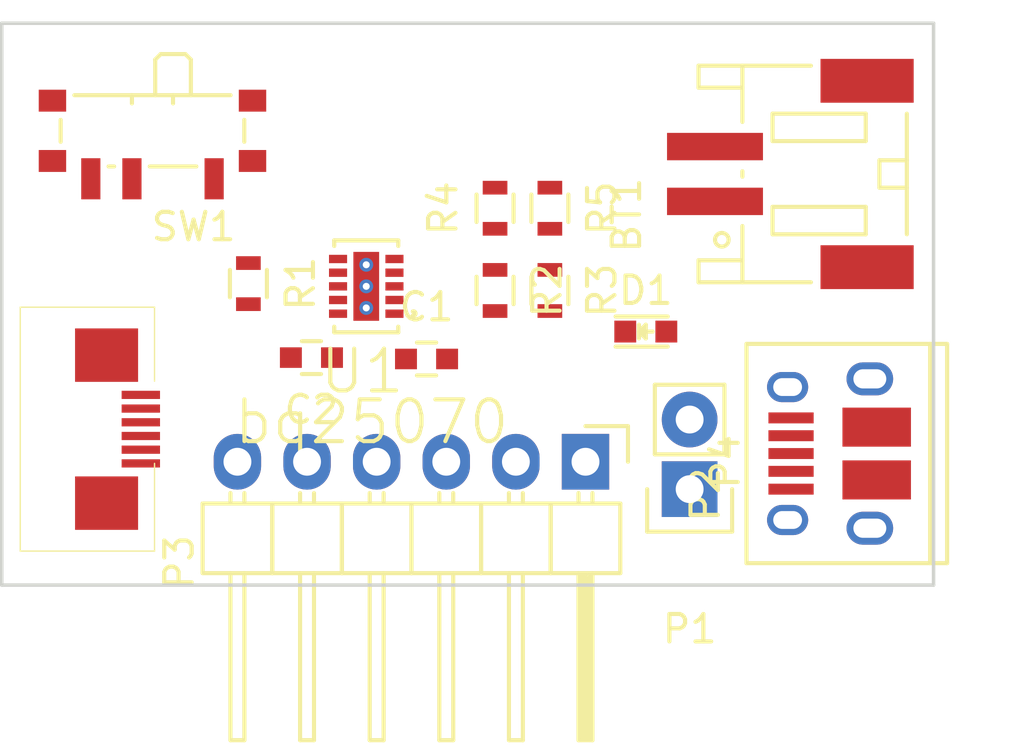
<source format=kicad_pcb>
(kicad_pcb (version 20160815) (host pcbnew no-vcs-found-7391~56~ubuntu16.04.1)

  (general
    (links 35)
    (no_connects 32)
    (area 99.936499 99.0425 137.5675 126.875001)
    (thickness 1.6)
    (drawings 4)
    (tracks 0)
    (zones 0)
    (modules 15)
    (nets 20)
  )

  (page USLetter)
  (title_block
    (company "RockingD Labs")
  )

  (layers
    (0 F.Cu signal)
    (31 B.Cu signal)
    (32 B.Adhes user)
    (33 F.Adhes user)
    (34 B.Paste user)
    (35 F.Paste user)
    (36 B.SilkS user)
    (37 F.SilkS user)
    (38 B.Mask user)
    (39 F.Mask user)
    (40 Dwgs.User user)
    (41 Cmts.User user)
    (42 Eco1.User user)
    (43 Eco2.User user)
    (44 Edge.Cuts user)
    (45 Margin user)
    (46 B.CrtYd user)
    (47 F.CrtYd user)
    (48 B.Fab user)
    (49 F.Fab user)
  )

  (setup
    (last_trace_width 0.1524)
    (user_trace_width 0.1524)
    (user_trace_width 0.2)
    (user_trace_width 0.25)
    (user_trace_width 0.3)
    (user_trace_width 0.4)
    (user_trace_width 0.5)
    (user_trace_width 0.6)
    (user_trace_width 0.8)
    (trace_clearance 0.1524)
    (zone_clearance 0.508)
    (zone_45_only no)
    (trace_min 0.1524)
    (segment_width 0.127)
    (edge_width 0.127)
    (via_size 0.6858)
    (via_drill 0.3302)
    (via_min_size 0.6858)
    (via_min_drill 0.3302)
    (user_via 0.6858 0.3302)
    (user_via 1 0.4)
    (user_via 1.25 0.6)
    (user_via 1.5 0.8)
    (user_via 2 1.3)
    (uvia_size 0.508)
    (uvia_drill 0.127)
    (uvias_allowed no)
    (uvia_min_size 0.508)
    (uvia_min_drill 0.127)
    (pcb_text_width 0.127)
    (pcb_text_size 0.6 0.6)
    (mod_edge_width 0.127)
    (mod_text_size 0.6 0.6)
    (mod_text_width 0.127)
    (pad_size 0.9398 2.5146)
    (pad_drill 0)
    (pad_to_mask_clearance 0.05)
    (pad_to_paste_clearance -0.04)
    (aux_axis_origin 0 0)
    (grid_origin 100 120.5)
    (visible_elements FFFFFF7F)
    (pcbplotparams
      (layerselection 0x3ffff_80000001)
      (usegerberextensions true)
      (usegerberattributes true)
      (excludeedgelayer true)
      (linewidth 0.127000)
      (plotframeref false)
      (viasonmask false)
      (mode 1)
      (useauxorigin false)
      (hpglpennumber 1)
      (hpglpenspeed 20)
      (hpglpendiameter 15)
      (psnegative false)
      (psa4output false)
      (plotreference true)
      (plotvalue true)
      (plotinvisibletext false)
      (padsonsilk false)
      (subtractmaskfromsilk false)
      (outputformat 1)
      (mirror false)
      (drillshape 0)
      (scaleselection 1)
      (outputdirectory CAM/))
  )

  (net 0 "")
  (net 1 GND)
  (net 2 +BATT)
  (net 3 VDD)
  (net 4 "Net-(D1-Pad1)")
  (net 5 "Net-(D1-Pad2)")
  (net 6 "Net-(P2-Pad4)")
  (net 7 "Net-(P2-Pad3)")
  (net 8 "Net-(P2-Pad2)")
  (net 9 /TXD)
  (net 10 /RXD)
  (net 11 /VCC)
  (net 12 /PGM)
  (net 13 "Net-(P4-Pad5)")
  (net 14 "Net-(P4-Pad1)")
  (net 15 "Net-(R1-Pad1)")
  (net 16 "Net-(R2-Pad1)")
  (net 17 +3V3)
  (net 18 "Net-(R4-Pad2)")
  (net 19 "Net-(SW1-Pad1)")

  (net_class Default "This is the standard class."
    (clearance 0.1524)
    (trace_width 0.1524)
    (via_dia 0.6858)
    (via_drill 0.3302)
    (uvia_dia 0.508)
    (uvia_drill 0.127)
    (diff_pair_gap 0.25)
    (diff_pair_width 0.2)
    (add_net +3V3)
    (add_net +BATT)
    (add_net /PGM)
    (add_net /RXD)
    (add_net /TXD)
    (add_net /VCC)
    (add_net GND)
    (add_net "Net-(D1-Pad1)")
    (add_net "Net-(D1-Pad2)")
    (add_net "Net-(P2-Pad2)")
    (add_net "Net-(P2-Pad3)")
    (add_net "Net-(P2-Pad4)")
    (add_net "Net-(P4-Pad1)")
    (add_net "Net-(P4-Pad5)")
    (add_net "Net-(R1-Pad1)")
    (add_net "Net-(R2-Pad1)")
    (add_net "Net-(R4-Pad2)")
    (add_net "Net-(SW1-Pad1)")
    (add_net VDD)
  )

  (net_class 0.2mm ""
    (clearance 0.2)
    (trace_width 0.2)
    (via_dia 0.6858)
    (via_drill 0.3302)
    (uvia_dia 0.508)
    (uvia_drill 0.127)
    (diff_pair_gap 0.25)
    (diff_pair_width 0.2)
  )

  (net_class Minimal ""
    (clearance 0.1524)
    (trace_width 0.1524)
    (via_dia 0.6858)
    (via_drill 0.3302)
    (uvia_dia 0.508)
    (uvia_drill 0.127)
    (diff_pair_gap 0.25)
    (diff_pair_width 0.2)
  )

  (module rockingdlabs:bq25070_DQC_10-DQC10_P84X2P4 (layer F.Cu) (tedit 58506E57) (tstamp 584F820F)
    (at 113.3 109.6 180)
    (path /584F4EE6)
    (attr smd)
    (fp_text reference U1 (at 0.15 -3.1 180) (layer F.SilkS)
      (effects (font (thickness 0.15)))
    )
    (fp_text value bq25070 (at -0.2 -4.95 180) (layer F.SilkS)
      (effects (font (thickness 0.15)))
    )
    (fp_line (start 1.1684 -1.4732) (end 1.1684 -1.6764) (layer F.SilkS) (width 0.1524))
    (fp_line (start -1.1684 1.4732) (end -1.1684 1.6764) (layer F.SilkS) (width 0.1524))
    (fp_line (start -1.1684 1.6764) (end 1.1684 1.6764) (layer F.SilkS) (width 0.1524))
    (fp_line (start 1.1684 1.6764) (end 1.1684 1.4732) (layer F.SilkS) (width 0.1524))
    (fp_line (start 1.1684 -1.6764) (end -1.1684 -1.6764) (layer F.SilkS) (width 0.1524))
    (fp_line (start -1.1684 -1.6764) (end -1.1684 -1.4732) (layer F.SilkS) (width 0.1524))
    (fp_arc (start -1.71958 -0.9906) (end -1.7018 -0.9144) (angle 208) (layer F.SilkS) (width 0.1524))
    (pad 1 smd rect (at -1.0287 -0.99822 180) (size 0.6604 0.3048) (layers F.Cu F.Paste F.Mask)
      (net 3 VDD))
    (pad 2 smd rect (at -1.0287 -0.49784 180) (size 0.6604 0.3048) (layers F.Cu F.Paste F.Mask)
      (net 16 "Net-(R2-Pad1)"))
    (pad 3 smd rect (at -1.0287 0 180) (size 0.6604 0.3048) (layers F.Cu F.Paste F.Mask)
      (net 1 GND))
    (pad 4 smd rect (at -1.0287 0.49784 180) (size 0.6604 0.3048) (layers F.Cu F.Paste F.Mask)
      (net 17 +3V3))
    (pad 5 smd rect (at -1.0287 0.99822 180) (size 0.6604 0.3048) (layers F.Cu F.Paste F.Mask)
      (net 18 "Net-(R4-Pad2)"))
    (pad 6 smd rect (at 1.0287 0.99822 180) (size 0.6604 0.3048) (layers F.Cu F.Paste F.Mask)
      (net 2 +BATT))
    (pad 7 smd rect (at 1.0287 0.49784 180) (size 0.6604 0.3048) (layers F.Cu F.Paste F.Mask)
      (net 15 "Net-(R1-Pad1)"))
    (pad 8 smd rect (at 1.0287 0 180) (size 0.6604 0.3048) (layers F.Cu F.Paste F.Mask)
      (net 4 "Net-(D1-Pad1)"))
    (pad 9 smd rect (at 1.0287 -0.49784 180) (size 0.6604 0.3048) (layers F.Cu F.Paste F.Mask)
      (net 1 GND))
    (pad 10 smd rect (at 1.0287 -0.99822 180) (size 0.6604 0.3048) (layers F.Cu F.Paste F.Mask)
      (net 2 +BATT))
    (pad 11 smd rect (at 0 0 180) (size 0.9398 2.5146) (layers F.Cu F.Paste F.Mask)
      (net 1 GND))
    (pad 11 thru_hole circle (at 0 0.7874 180) (size 0.508 0.508) (drill 0.254) (layers *.Cu *.Paste *.Mask)
      (net 1 GND))
    (pad 11 thru_hole circle (at 0 0 180) (size 0.508 0.508) (drill 0.254) (layers *.Cu *.Paste *.Mask)
      (net 1 GND))
    (pad 11 thru_hole circle (at 0 -0.7874 180) (size 0.508 0.508) (drill 0.254) (layers *.Cu *.Paste *.Mask)
      (net 1 GND))
    (model ${ROCKINGDLIB}/rockingdlabs.3dshapes/DQC10_P84X2P4.stp
      (at (xyz 0 0 0))
      (scale (xyz 1 1 1))
      (rotate (xyz 0 0 0))
    )
  )

  (module rockingdlabs:JST_PH_S2B-PH-SM4-TB_02x2.00mm_Angled (layer F.Cu) (tedit 5848E42C) (tstamp 584F8197)
    (at 128.8 105.5 90)
    (descr http://www.jst-mfg.com/product/pdf/eng/ePH.pdf)
    (tags "connector jst ph")
    (path /584F42E7)
    (attr smd)
    (fp_text reference BT1 (at -1.5 -6 90) (layer F.SilkS)
      (effects (font (size 1 1) (thickness 0.15)))
    )
    (fp_text value LiFeP04 (at 0 6 90) (layer F.Fab)
      (effects (font (size 1 1) (thickness 0.15)))
    )
    (fp_line (start 4.7 5) (end -4.7 5) (layer F.CrtYd) (width 0.05))
    (fp_line (start 4.7 -5.05) (end 4.7 5) (layer F.CrtYd) (width 0.05))
    (fp_line (start -4.7 -5.05) (end 4.7 -5.05) (layer F.CrtYd) (width 0.05))
    (fp_line (start -4.7 5) (end -4.7 -5.05) (layer F.CrtYd) (width 0.05))
    (fp_line (start -0.1 -1.775) (end 0.1 -1.775) (layer F.SilkS) (width 0.15))
    (fp_line (start 1.2 -0.675) (end 2.2 -0.675) (layer F.SilkS) (width 0.15))
    (fp_line (start 1.2 2.725) (end 1.2 -0.675) (layer F.SilkS) (width 0.15))
    (fp_line (start 2.2 2.725) (end 1.2 2.725) (layer F.SilkS) (width 0.15))
    (fp_line (start 2.2 -0.675) (end 2.2 2.725) (layer F.SilkS) (width 0.15))
    (fp_line (start -1.2 -0.675) (end -2.2 -0.675) (layer F.SilkS) (width 0.15))
    (fp_line (start -1.2 2.725) (end -1.2 -0.675) (layer F.SilkS) (width 0.15))
    (fp_line (start -2.2 2.725) (end -1.2 2.725) (layer F.SilkS) (width 0.15))
    (fp_line (start -2.2 -0.675) (end -2.2 2.725) (layer F.SilkS) (width 0.15))
    (fp_line (start -2.2 4.225) (end 2.2 4.225) (layer F.SilkS) (width 0.15))
    (fp_line (start 3.15 -1.775) (end 3.95 -1.775) (layer F.SilkS) (width 0.15))
    (fp_line (start 3.95 -3.375) (end 3.95 0.725) (layer F.SilkS) (width 0.15))
    (fp_line (start 3.15 -3.375) (end 3.95 -3.375) (layer F.SilkS) (width 0.15))
    (fp_line (start 3.15 -1.775) (end 3.15 -3.375) (layer F.SilkS) (width 0.15))
    (fp_line (start 1.9 -1.775) (end 3.15 -1.775) (layer F.SilkS) (width 0.15))
    (fp_line (start -3.15 -1.775) (end -3.95 -1.775) (layer F.SilkS) (width 0.15))
    (fp_line (start -3.95 -3.375) (end -3.95 0.725) (layer F.SilkS) (width 0.15))
    (fp_line (start -3.15 -3.375) (end -3.95 -3.375) (layer F.SilkS) (width 0.15))
    (fp_line (start -3.15 -1.775) (end -3.15 -3.375) (layer F.SilkS) (width 0.15))
    (fp_line (start -1.9 -1.775) (end -3.15 -1.775) (layer F.SilkS) (width 0.15))
    (fp_line (start 0.5 3.225) (end 0.5 4.225) (layer F.SilkS) (width 0.15))
    (fp_line (start -0.5 3.225) (end 0.5 3.225) (layer F.SilkS) (width 0.15))
    (fp_line (start -0.5 4.225) (end -0.5 3.225) (layer F.SilkS) (width 0.15))
    (fp_circle (center -2.4 -2.525) (end -2.15 -2.525) (layer F.SilkS) (width 0.15))
    (pad "" smd rect (at 3.4 2.775 90) (size 1.6 3.4) (layers F.Cu F.Paste F.Mask))
    (pad "" smd rect (at -3.4 2.775 90) (size 1.6 3.4) (layers F.Cu F.Paste F.Mask))
    (pad 2 smd rect (at 1 -2.775 90) (size 1 3.5) (layers F.Cu F.Paste F.Mask)
      (net 1 GND))
    (pad 1 smd rect (at -1 -2.775 90) (size 1 3.5) (layers F.Cu F.Paste F.Mask)
      (net 2 +BATT))
    (model ${ROCKINGDLIB}/rockingdlabs.3dshapes/s2b-ph-sm4-tb.wrl
      (at (xyz 0 0.1181102362204725 0))
      (scale (xyz 1 1 1))
      (rotate (xyz 0 0 0))
    )
  )

  (module Capacitors_SMD:C_0603 (layer F.Cu) (tedit 5415D631) (tstamp 584F819D)
    (at 115.5 112.25)
    (descr "Capacitor SMD 0603, reflow soldering, AVX (see smccp.pdf)")
    (tags "capacitor 0603")
    (path /584F6F96)
    (attr smd)
    (fp_text reference C1 (at 0 -1.9) (layer F.SilkS)
      (effects (font (size 1 1) (thickness 0.15)))
    )
    (fp_text value "1 uF" (at 0 1.9) (layer F.Fab)
      (effects (font (size 1 1) (thickness 0.15)))
    )
    (fp_line (start -0.8 0.4) (end -0.8 -0.4) (layer F.Fab) (width 0.15))
    (fp_line (start 0.8 0.4) (end -0.8 0.4) (layer F.Fab) (width 0.15))
    (fp_line (start 0.8 -0.4) (end 0.8 0.4) (layer F.Fab) (width 0.15))
    (fp_line (start -0.8 -0.4) (end 0.8 -0.4) (layer F.Fab) (width 0.15))
    (fp_line (start -1.45 -0.75) (end 1.45 -0.75) (layer F.CrtYd) (width 0.05))
    (fp_line (start -1.45 0.75) (end 1.45 0.75) (layer F.CrtYd) (width 0.05))
    (fp_line (start -1.45 -0.75) (end -1.45 0.75) (layer F.CrtYd) (width 0.05))
    (fp_line (start 1.45 -0.75) (end 1.45 0.75) (layer F.CrtYd) (width 0.05))
    (fp_line (start -0.35 -0.6) (end 0.35 -0.6) (layer F.SilkS) (width 0.15))
    (fp_line (start 0.35 0.6) (end -0.35 0.6) (layer F.SilkS) (width 0.15))
    (pad 1 smd rect (at -0.75 0) (size 0.8 0.75) (layers F.Cu F.Paste F.Mask)
      (net 3 VDD))
    (pad 2 smd rect (at 0.75 0) (size 0.8 0.75) (layers F.Cu F.Paste F.Mask)
      (net 1 GND))
    (model Capacitors_SMD.3dshapes/C_0603.wrl
      (at (xyz 0 0 0))
      (scale (xyz 1 1 1))
      (rotate (xyz 0 0 0))
    )
  )

  (module Capacitors_SMD:C_0603 (layer F.Cu) (tedit 5415D631) (tstamp 584F81A3)
    (at 111.3 112.2 180)
    (descr "Capacitor SMD 0603, reflow soldering, AVX (see smccp.pdf)")
    (tags "capacitor 0603")
    (path /584F63A5)
    (attr smd)
    (fp_text reference C2 (at 0 -1.9 180) (layer F.SilkS)
      (effects (font (size 1 1) (thickness 0.15)))
    )
    (fp_text value "2 uF" (at 0 1.9 180) (layer F.Fab)
      (effects (font (size 1 1) (thickness 0.15)))
    )
    (fp_line (start 0.35 0.6) (end -0.35 0.6) (layer F.SilkS) (width 0.15))
    (fp_line (start -0.35 -0.6) (end 0.35 -0.6) (layer F.SilkS) (width 0.15))
    (fp_line (start 1.45 -0.75) (end 1.45 0.75) (layer F.CrtYd) (width 0.05))
    (fp_line (start -1.45 -0.75) (end -1.45 0.75) (layer F.CrtYd) (width 0.05))
    (fp_line (start -1.45 0.75) (end 1.45 0.75) (layer F.CrtYd) (width 0.05))
    (fp_line (start -1.45 -0.75) (end 1.45 -0.75) (layer F.CrtYd) (width 0.05))
    (fp_line (start -0.8 -0.4) (end 0.8 -0.4) (layer F.Fab) (width 0.15))
    (fp_line (start 0.8 -0.4) (end 0.8 0.4) (layer F.Fab) (width 0.15))
    (fp_line (start 0.8 0.4) (end -0.8 0.4) (layer F.Fab) (width 0.15))
    (fp_line (start -0.8 0.4) (end -0.8 -0.4) (layer F.Fab) (width 0.15))
    (pad 2 smd rect (at 0.75 0 180) (size 0.8 0.75) (layers F.Cu F.Paste F.Mask)
      (net 1 GND))
    (pad 1 smd rect (at -0.75 0 180) (size 0.8 0.75) (layers F.Cu F.Paste F.Mask)
      (net 2 +BATT))
    (model Capacitors_SMD.3dshapes/C_0603.wrl
      (at (xyz 0 0 0))
      (scale (xyz 1 1 1))
      (rotate (xyz 0 0 0))
    )
  )

  (module LEDs:LED_0603 (layer F.Cu) (tedit 55BDE255) (tstamp 584F81A9)
    (at 123.5 111.25)
    (descr "LED 0603 smd package")
    (tags "LED led 0603 SMD smd SMT smt smdled SMDLED smtled SMTLED")
    (path /584F4F64)
    (attr smd)
    (fp_text reference D1 (at 0 -1.5) (layer F.SilkS)
      (effects (font (size 1 1) (thickness 0.15)))
    )
    (fp_text value Charging (at 0 1.5) (layer F.Fab)
      (effects (font (size 1 1) (thickness 0.15)))
    )
    (fp_line (start -1.4 -0.75) (end 1.4 -0.75) (layer F.CrtYd) (width 0.05))
    (fp_line (start -1.4 0.75) (end -1.4 -0.75) (layer F.CrtYd) (width 0.05))
    (fp_line (start 1.4 0.75) (end -1.4 0.75) (layer F.CrtYd) (width 0.05))
    (fp_line (start 1.4 -0.75) (end 1.4 0.75) (layer F.CrtYd) (width 0.05))
    (fp_line (start 0 0.25) (end -0.25 0) (layer F.SilkS) (width 0.15))
    (fp_line (start 0 -0.25) (end 0 0.25) (layer F.SilkS) (width 0.15))
    (fp_line (start -0.25 0) (end 0 -0.25) (layer F.SilkS) (width 0.15))
    (fp_line (start -0.25 -0.25) (end -0.25 0.25) (layer F.SilkS) (width 0.15))
    (fp_line (start -0.2 0) (end 0.25 0) (layer F.SilkS) (width 0.15))
    (fp_line (start -1.1 -0.55) (end 0.8 -0.55) (layer F.SilkS) (width 0.15))
    (fp_line (start -1.1 0.55) (end 0.8 0.55) (layer F.SilkS) (width 0.15))
    (fp_line (start -0.8 0.4) (end -0.8 -0.4) (layer F.Fab) (width 0.15))
    (fp_line (start -0.8 -0.4) (end 0.8 -0.4) (layer F.Fab) (width 0.15))
    (fp_line (start 0.8 -0.4) (end 0.8 0.4) (layer F.Fab) (width 0.15))
    (fp_line (start 0.8 0.4) (end -0.8 0.4) (layer F.Fab) (width 0.15))
    (fp_line (start 0.1 -0.2) (end 0.1 0.2) (layer F.Fab) (width 0.15))
    (fp_line (start 0.1 0.2) (end -0.2 0) (layer F.Fab) (width 0.15))
    (fp_line (start -0.2 0) (end 0.1 -0.2) (layer F.Fab) (width 0.15))
    (fp_line (start -0.3 -0.2) (end -0.3 0.2) (layer F.Fab) (width 0.15))
    (pad 1 smd rect (at -0.7493 0 180) (size 0.79756 0.79756) (layers F.Cu F.Paste F.Mask)
      (net 4 "Net-(D1-Pad1)"))
    (pad 2 smd rect (at 0.7493 0 180) (size 0.79756 0.79756) (layers F.Cu F.Paste F.Mask)
      (net 5 "Net-(D1-Pad2)"))
    (model LEDs.3dshapes/LED_0603.wrl
      (at (xyz 0 0 0))
      (scale (xyz 1 1 1))
      (rotate (xyz 0 0 180))
    )
  )

  (module Pin_Headers:Pin_Header_Straight_1x02 (layer F.Cu) (tedit 54EA090C) (tstamp 584F81AF)
    (at 125.1 117 180)
    (descr "Through hole pin header")
    (tags "pin header")
    (path /584F4141)
    (fp_text reference P1 (at 0 -5.1 180) (layer F.SilkS)
      (effects (font (size 1 1) (thickness 0.15)))
    )
    (fp_text value "Vin (4.5-30VDC)" (at 0 -3.1 180) (layer F.Fab)
      (effects (font (size 1 1) (thickness 0.15)))
    )
    (fp_line (start -1.27 3.81) (end 1.27 3.81) (layer F.SilkS) (width 0.15))
    (fp_line (start -1.27 1.27) (end -1.27 3.81) (layer F.SilkS) (width 0.15))
    (fp_line (start -1.55 -1.55) (end 1.55 -1.55) (layer F.SilkS) (width 0.15))
    (fp_line (start -1.55 0) (end -1.55 -1.55) (layer F.SilkS) (width 0.15))
    (fp_line (start 1.27 1.27) (end -1.27 1.27) (layer F.SilkS) (width 0.15))
    (fp_line (start -1.75 4.3) (end 1.75 4.3) (layer F.CrtYd) (width 0.05))
    (fp_line (start -1.75 -1.75) (end 1.75 -1.75) (layer F.CrtYd) (width 0.05))
    (fp_line (start 1.75 -1.75) (end 1.75 4.3) (layer F.CrtYd) (width 0.05))
    (fp_line (start -1.75 -1.75) (end -1.75 4.3) (layer F.CrtYd) (width 0.05))
    (fp_line (start 1.55 -1.55) (end 1.55 0) (layer F.SilkS) (width 0.15))
    (fp_line (start 1.27 1.27) (end 1.27 3.81) (layer F.SilkS) (width 0.15))
    (pad 2 thru_hole oval (at 0 2.54 180) (size 2.032 2.032) (drill 1.016) (layers *.Cu *.Mask)
      (net 1 GND))
    (pad 1 thru_hole rect (at 0 0 180) (size 2.032 2.032) (drill 1.016) (layers *.Cu *.Mask)
      (net 3 VDD))
    (model Pin_Headers.3dshapes/Pin_Header_Straight_1x02.wrl
      (at (xyz 0 -0.05 0))
      (scale (xyz 1 1 1))
      (rotate (xyz 0 0 90))
    )
  )

  (module Connect:USB_Micro-B_10103594-0001LF (layer F.Cu) (tedit 560290CC) (tstamp 584F81BE)
    (at 130.3 115.7 90)
    (descr "Micro USB Type B 10103594-0001LF")
    (tags "USB USB_B USB_micro USB_OTG")
    (path /584F40C9)
    (attr smd)
    (fp_text reference P2 (at -1.5 -4.625 90) (layer F.SilkS)
      (effects (font (size 1 1) (thickness 0.15)))
    )
    (fp_text value "USB (power only)" (at 0 6.175 90) (layer F.Fab)
      (effects (font (size 1 1) (thickness 0.15)))
    )
    (fp_line (start -4 4.195) (end -4 -3.125) (layer F.SilkS) (width 0.15))
    (fp_line (start 4 3.575) (end -4 3.575) (layer F.SilkS) (width 0.15))
    (fp_line (start 4 -3.125) (end 4 4.195) (layer F.SilkS) (width 0.15))
    (fp_line (start -4 -3.125) (end 4 -3.125) (layer F.SilkS) (width 0.15))
    (fp_line (start -4 4.195) (end 4 4.195) (layer F.SilkS) (width 0.15))
    (fp_line (start -4.25 4.45) (end -4.25 -3.4) (layer F.CrtYd) (width 0.05))
    (fp_line (start 4.25 4.45) (end -4.25 4.45) (layer F.CrtYd) (width 0.05))
    (fp_line (start 4.25 -3.4) (end 4.25 4.45) (layer F.CrtYd) (width 0.05))
    (fp_line (start -4.25 -3.4) (end 4.25 -3.4) (layer F.CrtYd) (width 0.05))
    (pad 6 smd rect (at 0.9625 1.625 180) (size 2.5 1.425) (layers F.Cu F.Paste F.Mask))
    (pad 6 smd rect (at -0.9625 1.625 180) (size 2.5 1.425) (layers F.Cu F.Paste F.Mask))
    (pad 6 thru_hole oval (at 2.725 1.375 180) (size 1.7 1.2) (drill oval 1.2 0.7) (layers *.Cu *.Mask))
    (pad 6 thru_hole oval (at -2.725 1.375 180) (size 1.7 1.2) (drill oval 1.2 0.7) (layers *.Cu *.Mask))
    (pad 6 thru_hole oval (at 2.425 -1.625 180) (size 1.5 1.1) (drill oval 1.05 0.65) (layers *.Cu *.Mask))
    (pad 6 thru_hole oval (at -2.425 -1.625 180) (size 1.5 1.1) (drill oval 1.05 0.65) (layers *.Cu *.Mask))
    (pad 5 smd rect (at 1.3 -1.5 180) (size 1.65 0.4) (layers F.Cu F.Paste F.Mask)
      (net 1 GND))
    (pad 4 smd rect (at 0.65 -1.5 180) (size 1.65 0.4) (layers F.Cu F.Paste F.Mask)
      (net 6 "Net-(P2-Pad4)"))
    (pad 3 smd rect (at -0.0009 -1.5 180) (size 1.65 0.4) (layers F.Cu F.Paste F.Mask)
      (net 7 "Net-(P2-Pad3)"))
    (pad 2 smd rect (at -0.65 -1.5 180) (size 1.65 0.4) (layers F.Cu F.Paste F.Mask)
      (net 8 "Net-(P2-Pad2)"))
    (pad 1 smd rect (at -1.3 -1.5 180) (size 1.65 0.4) (layers F.Cu F.Paste F.Mask)
      (net 3 VDD))
    (model ${ROCKINGDLIB}/rockingdlabs.3dshapes/10103594.stp
      (at (xyz 0 0 0.08661417322834647))
      (scale (xyz 1 1 1))
      (rotate (xyz 90 0 180))
    )
  )

  (module rockingdlabs:FPC_conn-6_8x4.9mm_Pitch0.5mm (layer F.Cu) (tedit 584F1329) (tstamp 584F81CA)
    (at 103.325 114.81 270)
    (path /584F4021)
    (fp_text reference P3 (at 4.85 -3.15 270) (layer F.SilkS)
      (effects (font (size 1 1) (thickness 0.15)))
    )
    (fp_text value Node (at 0.15 -4.75 270) (layer F.Fab)
      (effects (font (size 1 1) (thickness 0.15)))
    )
    (fp_line (start -1.75 -2.25) (end -4.45 -2.25) (layer F.SilkS) (width 0.05))
    (fp_line (start -4.45 -2.25) (end -4.45 2.65) (layer F.SilkS) (width 0.05))
    (fp_line (start -4.45 2.65) (end 4.45 2.65) (layer F.SilkS) (width 0.05))
    (fp_line (start 4.45 2.65) (end 4.45 -2.25) (layer F.SilkS) (width 0.05))
    (fp_line (start 4.45 -2.25) (end 1.25 -2.25) (layer F.SilkS) (width 0.05))
    (fp_line (start -4.45 -2.25) (end -4.45 2.65) (layer F.CrtYd) (width 0.05))
    (fp_line (start -4.45 2.65) (end 4.45 2.65) (layer F.CrtYd) (width 0.05))
    (fp_line (start 4.45 2.65) (end 4.45 -2.25) (layer F.CrtYd) (width 0.05))
    (fp_line (start 4.45 -2.25) (end -4.45 -2.25) (layer F.CrtYd) (width 0.05))
    (pad 6 smd rect (at 1.25 -1.75 270) (size 0.3 1.4) (layers F.Cu F.Paste F.Mask)
      (net 2 +BATT))
    (pad "" smd rect (at 2.7 -0.5 270) (size 1.95 2.3) (layers F.Cu F.Paste F.Mask))
    (pad 1 smd rect (at -1.25 -1.75 270) (size 0.3 1.4) (layers F.Cu F.Paste F.Mask)
      (net 9 /TXD))
    (pad 2 smd rect (at -0.75 -1.75 270) (size 0.3 1.4) (layers F.Cu F.Paste F.Mask)
      (net 10 /RXD))
    (pad 3 smd rect (at -0.25 -1.75 270) (size 0.3 1.4) (layers F.Cu F.Paste F.Mask)
      (net 11 /VCC))
    (pad 4 smd rect (at 0.25 -1.75 270) (size 0.3 1.4) (layers F.Cu F.Paste F.Mask)
      (net 12 /PGM))
    (pad 5 smd rect (at 0.75 -1.75 270) (size 0.3 1.4) (layers F.Cu F.Paste F.Mask)
      (net 1 GND))
    (pad "" smd rect (at -2.7 -0.5 270) (size 1.95 2.3) (layers F.Cu F.Paste F.Mask))
    (model ${ROCKINGDLIB}/rockingdlabs.3dshapes/ssfv6r_2stlf.stp
      (at (xyz -0.1358267716535433 -0.1043307086614173 0))
      (scale (xyz 1 1 1))
      (rotate (xyz -90 0 0))
    )
  )

  (module Pin_Headers:Pin_Header_Angled_1x06 (layer F.Cu) (tedit 0) (tstamp 584F81D4)
    (at 121.3 116 270)
    (descr "Through hole pin header")
    (tags "pin header")
    (path /584F586B)
    (fp_text reference P4 (at 0 -5.1 270) (layer F.SilkS)
      (effects (font (size 1 1) (thickness 0.15)))
    )
    (fp_text value "Serial I/O" (at 0 -3.1 270) (layer F.Fab)
      (effects (font (size 1 1) (thickness 0.15)))
    )
    (fp_line (start 1.524 3.81) (end 4.064 3.81) (layer F.SilkS) (width 0.15))
    (fp_line (start 1.524 3.81) (end 1.524 6.35) (layer F.SilkS) (width 0.15))
    (fp_line (start 1.524 6.35) (end 4.064 6.35) (layer F.SilkS) (width 0.15))
    (fp_line (start 4.064 4.826) (end 10.16 4.826) (layer F.SilkS) (width 0.15))
    (fp_line (start 10.16 4.826) (end 10.16 5.334) (layer F.SilkS) (width 0.15))
    (fp_line (start 10.16 5.334) (end 4.064 5.334) (layer F.SilkS) (width 0.15))
    (fp_line (start 4.064 6.35) (end 4.064 3.81) (layer F.SilkS) (width 0.15))
    (fp_line (start 4.064 8.89) (end 4.064 6.35) (layer F.SilkS) (width 0.15))
    (fp_line (start 10.16 7.874) (end 4.064 7.874) (layer F.SilkS) (width 0.15))
    (fp_line (start 10.16 7.366) (end 10.16 7.874) (layer F.SilkS) (width 0.15))
    (fp_line (start 4.064 7.366) (end 10.16 7.366) (layer F.SilkS) (width 0.15))
    (fp_line (start 1.524 8.89) (end 4.064 8.89) (layer F.SilkS) (width 0.15))
    (fp_line (start 1.524 6.35) (end 1.524 8.89) (layer F.SilkS) (width 0.15))
    (fp_line (start 1.524 6.35) (end 4.064 6.35) (layer F.SilkS) (width 0.15))
    (fp_line (start 1.524 11.43) (end 4.064 11.43) (layer F.SilkS) (width 0.15))
    (fp_line (start 1.524 11.43) (end 1.524 13.97) (layer F.SilkS) (width 0.15))
    (fp_line (start 1.524 13.97) (end 4.064 13.97) (layer F.SilkS) (width 0.15))
    (fp_line (start 4.064 12.446) (end 10.16 12.446) (layer F.SilkS) (width 0.15))
    (fp_line (start 10.16 12.446) (end 10.16 12.954) (layer F.SilkS) (width 0.15))
    (fp_line (start 10.16 12.954) (end 4.064 12.954) (layer F.SilkS) (width 0.15))
    (fp_line (start 4.064 13.97) (end 4.064 11.43) (layer F.SilkS) (width 0.15))
    (fp_line (start 4.064 11.43) (end 4.064 8.89) (layer F.SilkS) (width 0.15))
    (fp_line (start 10.16 10.414) (end 4.064 10.414) (layer F.SilkS) (width 0.15))
    (fp_line (start 10.16 9.906) (end 10.16 10.414) (layer F.SilkS) (width 0.15))
    (fp_line (start 4.064 9.906) (end 10.16 9.906) (layer F.SilkS) (width 0.15))
    (fp_line (start 1.524 11.43) (end 4.064 11.43) (layer F.SilkS) (width 0.15))
    (fp_line (start 1.524 8.89) (end 1.524 11.43) (layer F.SilkS) (width 0.15))
    (fp_line (start 1.524 8.89) (end 4.064 8.89) (layer F.SilkS) (width 0.15))
    (fp_line (start 1.524 -1.27) (end 1.524 1.27) (layer F.SilkS) (width 0.15))
    (fp_line (start 1.524 1.27) (end 4.064 1.27) (layer F.SilkS) (width 0.15))
    (fp_line (start 4.064 -0.254) (end 10.16 -0.254) (layer F.SilkS) (width 0.15))
    (fp_line (start 10.16 -0.254) (end 10.16 0.254) (layer F.SilkS) (width 0.15))
    (fp_line (start 10.16 0.254) (end 4.064 0.254) (layer F.SilkS) (width 0.15))
    (fp_line (start 4.064 1.27) (end 4.064 -1.27) (layer F.SilkS) (width 0.15))
    (fp_line (start 4.064 3.81) (end 4.064 1.27) (layer F.SilkS) (width 0.15))
    (fp_line (start 10.16 2.794) (end 4.064 2.794) (layer F.SilkS) (width 0.15))
    (fp_line (start 10.16 2.286) (end 10.16 2.794) (layer F.SilkS) (width 0.15))
    (fp_line (start 4.064 2.286) (end 10.16 2.286) (layer F.SilkS) (width 0.15))
    (fp_line (start 1.524 3.81) (end 4.064 3.81) (layer F.SilkS) (width 0.15))
    (fp_line (start 1.524 1.27) (end 1.524 3.81) (layer F.SilkS) (width 0.15))
    (fp_line (start 1.524 1.27) (end 4.064 1.27) (layer F.SilkS) (width 0.15))
    (fp_line (start 1.524 -1.27) (end 4.064 -1.27) (layer F.SilkS) (width 0.15))
    (fp_line (start 1.524 7.366) (end 1.143 7.366) (layer F.SilkS) (width 0.15))
    (fp_line (start 1.524 7.874) (end 1.143 7.874) (layer F.SilkS) (width 0.15))
    (fp_line (start 1.524 9.906) (end 1.143 9.906) (layer F.SilkS) (width 0.15))
    (fp_line (start 1.524 10.414) (end 1.143 10.414) (layer F.SilkS) (width 0.15))
    (fp_line (start 1.524 12.446) (end 1.143 12.446) (layer F.SilkS) (width 0.15))
    (fp_line (start 1.524 12.954) (end 1.143 12.954) (layer F.SilkS) (width 0.15))
    (fp_line (start 1.524 5.334) (end 1.143 5.334) (layer F.SilkS) (width 0.15))
    (fp_line (start 1.524 4.826) (end 1.143 4.826) (layer F.SilkS) (width 0.15))
    (fp_line (start 1.524 2.794) (end 1.143 2.794) (layer F.SilkS) (width 0.15))
    (fp_line (start 1.524 2.286) (end 1.143 2.286) (layer F.SilkS) (width 0.15))
    (fp_line (start 1.524 0.254) (end 1.143 0.254) (layer F.SilkS) (width 0.15))
    (fp_line (start 1.524 -0.254) (end 1.143 -0.254) (layer F.SilkS) (width 0.15))
    (fp_line (start 4.191 0) (end 10.033 0) (layer F.SilkS) (width 0.15))
    (fp_line (start 4.191 0.127) (end 4.191 0) (layer F.SilkS) (width 0.15))
    (fp_line (start 10.033 0.127) (end 4.191 0.127) (layer F.SilkS) (width 0.15))
    (fp_line (start 10.033 -0.127) (end 10.033 0.127) (layer F.SilkS) (width 0.15))
    (fp_line (start 4.191 -0.127) (end 10.033 -0.127) (layer F.SilkS) (width 0.15))
    (fp_line (start 0 -1.55) (end -1.3 -1.55) (layer F.SilkS) (width 0.15))
    (fp_line (start -1.3 -1.55) (end -1.3 0) (layer F.SilkS) (width 0.15))
    (fp_line (start -1.5 14.45) (end 10.65 14.45) (layer F.CrtYd) (width 0.05))
    (fp_line (start -1.5 -1.75) (end 10.65 -1.75) (layer F.CrtYd) (width 0.05))
    (fp_line (start 10.65 -1.75) (end 10.65 14.45) (layer F.CrtYd) (width 0.05))
    (fp_line (start -1.5 -1.75) (end -1.5 14.45) (layer F.CrtYd) (width 0.05))
    (pad 6 thru_hole oval (at 0 12.7 270) (size 2.032 1.7272) (drill 1.016) (layers *.Cu *.Mask)
      (net 1 GND))
    (pad 5 thru_hole oval (at 0 10.16 270) (size 2.032 1.7272) (drill 1.016) (layers *.Cu *.Mask)
      (net 13 "Net-(P4-Pad5)"))
    (pad 4 thru_hole oval (at 0 7.62 270) (size 2.032 1.7272) (drill 1.016) (layers *.Cu *.Mask)
      (net 11 /VCC))
    (pad 3 thru_hole oval (at 0 5.08 270) (size 2.032 1.7272) (drill 1.016) (layers *.Cu *.Mask)
      (net 10 /RXD))
    (pad 2 thru_hole oval (at 0 2.54 270) (size 2.032 1.7272) (drill 1.016) (layers *.Cu *.Mask)
      (net 9 /TXD))
    (pad 1 thru_hole rect (at 0 0 270) (size 2.032 1.7272) (drill 1.016) (layers *.Cu *.Mask)
      (net 14 "Net-(P4-Pad1)"))
    (model Pin_Headers.3dshapes/Pin_Header_Angled_1x06.wrl
      (at (xyz 0 -0.25 0))
      (scale (xyz 1 1 1))
      (rotate (xyz 0 0 90))
    )
  )

  (module Resistors_SMD:R_0603 (layer F.Cu) (tedit 58307A47) (tstamp 584F81DA)
    (at 109 109.5 270)
    (descr "Resistor SMD 0603, reflow soldering, Vishay (see dcrcw.pdf)")
    (tags "resistor 0603")
    (path /584F6BC1)
    (attr smd)
    (fp_text reference R1 (at 0 -1.9 270) (layer F.SilkS)
      (effects (font (size 1 1) (thickness 0.15)))
    )
    (fp_text value 10k (at 0 1.9 270) (layer F.Fab)
      (effects (font (size 1 1) (thickness 0.15)))
    )
    (fp_line (start -0.8 0.4) (end -0.8 -0.4) (layer F.Fab) (width 0.1))
    (fp_line (start 0.8 0.4) (end -0.8 0.4) (layer F.Fab) (width 0.1))
    (fp_line (start 0.8 -0.4) (end 0.8 0.4) (layer F.Fab) (width 0.1))
    (fp_line (start -0.8 -0.4) (end 0.8 -0.4) (layer F.Fab) (width 0.1))
    (fp_line (start -1.3 -0.8) (end 1.3 -0.8) (layer F.CrtYd) (width 0.05))
    (fp_line (start -1.3 0.8) (end 1.3 0.8) (layer F.CrtYd) (width 0.05))
    (fp_line (start -1.3 -0.8) (end -1.3 0.8) (layer F.CrtYd) (width 0.05))
    (fp_line (start 1.3 -0.8) (end 1.3 0.8) (layer F.CrtYd) (width 0.05))
    (fp_line (start 0.5 0.675) (end -0.5 0.675) (layer F.SilkS) (width 0.15))
    (fp_line (start -0.5 -0.675) (end 0.5 -0.675) (layer F.SilkS) (width 0.15))
    (pad 1 smd rect (at -0.75 0 270) (size 0.5 0.9) (layers F.Cu F.Paste F.Mask)
      (net 15 "Net-(R1-Pad1)"))
    (pad 2 smd rect (at 0.75 0 270) (size 0.5 0.9) (layers F.Cu F.Paste F.Mask)
      (net 1 GND))
    (model Resistors_SMD.3dshapes/R_0603.wrl
      (at (xyz 0 0 0))
      (scale (xyz 1 1 1))
      (rotate (xyz 0 0 0))
    )
  )

  (module Resistors_SMD:R_0603 (layer F.Cu) (tedit 58307A47) (tstamp 584F81E0)
    (at 118 109.75 270)
    (descr "Resistor SMD 0603, reflow soldering, Vishay (see dcrcw.pdf)")
    (tags "resistor 0603")
    (path /584F6C0F)
    (attr smd)
    (fp_text reference R2 (at 0 -1.9 270) (layer F.SilkS)
      (effects (font (size 1 1) (thickness 0.15)))
    )
    (fp_text value 1k (at 0 1.9 270) (layer F.Fab)
      (effects (font (size 1 1) (thickness 0.15)))
    )
    (fp_line (start -0.5 -0.675) (end 0.5 -0.675) (layer F.SilkS) (width 0.15))
    (fp_line (start 0.5 0.675) (end -0.5 0.675) (layer F.SilkS) (width 0.15))
    (fp_line (start 1.3 -0.8) (end 1.3 0.8) (layer F.CrtYd) (width 0.05))
    (fp_line (start -1.3 -0.8) (end -1.3 0.8) (layer F.CrtYd) (width 0.05))
    (fp_line (start -1.3 0.8) (end 1.3 0.8) (layer F.CrtYd) (width 0.05))
    (fp_line (start -1.3 -0.8) (end 1.3 -0.8) (layer F.CrtYd) (width 0.05))
    (fp_line (start -0.8 -0.4) (end 0.8 -0.4) (layer F.Fab) (width 0.1))
    (fp_line (start 0.8 -0.4) (end 0.8 0.4) (layer F.Fab) (width 0.1))
    (fp_line (start 0.8 0.4) (end -0.8 0.4) (layer F.Fab) (width 0.1))
    (fp_line (start -0.8 0.4) (end -0.8 -0.4) (layer F.Fab) (width 0.1))
    (pad 2 smd rect (at 0.75 0 270) (size 0.5 0.9) (layers F.Cu F.Paste F.Mask)
      (net 1 GND))
    (pad 1 smd rect (at -0.75 0 270) (size 0.5 0.9) (layers F.Cu F.Paste F.Mask)
      (net 16 "Net-(R2-Pad1)"))
    (model Resistors_SMD.3dshapes/R_0603.wrl
      (at (xyz 0 0 0))
      (scale (xyz 1 1 1))
      (rotate (xyz 0 0 0))
    )
  )

  (module Resistors_SMD:R_0603 (layer F.Cu) (tedit 58307A47) (tstamp 584F81E6)
    (at 120 109.75 270)
    (descr "Resistor SMD 0603, reflow soldering, Vishay (see dcrcw.pdf)")
    (tags "resistor 0603")
    (path /584F5004)
    (attr smd)
    (fp_text reference R3 (at 0 -1.9 270) (layer F.SilkS)
      (effects (font (size 1 1) (thickness 0.15)))
    )
    (fp_text value 75 (at 0 1.9 270) (layer F.Fab)
      (effects (font (size 1 1) (thickness 0.15)))
    )
    (fp_line (start -0.5 -0.675) (end 0.5 -0.675) (layer F.SilkS) (width 0.15))
    (fp_line (start 0.5 0.675) (end -0.5 0.675) (layer F.SilkS) (width 0.15))
    (fp_line (start 1.3 -0.8) (end 1.3 0.8) (layer F.CrtYd) (width 0.05))
    (fp_line (start -1.3 -0.8) (end -1.3 0.8) (layer F.CrtYd) (width 0.05))
    (fp_line (start -1.3 0.8) (end 1.3 0.8) (layer F.CrtYd) (width 0.05))
    (fp_line (start -1.3 -0.8) (end 1.3 -0.8) (layer F.CrtYd) (width 0.05))
    (fp_line (start -0.8 -0.4) (end 0.8 -0.4) (layer F.Fab) (width 0.1))
    (fp_line (start 0.8 -0.4) (end 0.8 0.4) (layer F.Fab) (width 0.1))
    (fp_line (start 0.8 0.4) (end -0.8 0.4) (layer F.Fab) (width 0.1))
    (fp_line (start -0.8 0.4) (end -0.8 -0.4) (layer F.Fab) (width 0.1))
    (pad 2 smd rect (at 0.75 0 270) (size 0.5 0.9) (layers F.Cu F.Paste F.Mask)
      (net 5 "Net-(D1-Pad2)"))
    (pad 1 smd rect (at -0.75 0 270) (size 0.5 0.9) (layers F.Cu F.Paste F.Mask)
      (net 17 +3V3))
    (model Resistors_SMD.3dshapes/R_0603.wrl
      (at (xyz 0 0 0))
      (scale (xyz 1 1 1))
      (rotate (xyz 0 0 0))
    )
  )

  (module Resistors_SMD:R_0603 (layer F.Cu) (tedit 58307A47) (tstamp 584F81EC)
    (at 118 106.75 90)
    (descr "Resistor SMD 0603, reflow soldering, Vishay (see dcrcw.pdf)")
    (tags "resistor 0603")
    (path /584F66B5)
    (attr smd)
    (fp_text reference R4 (at 0 -1.9 90) (layer F.SilkS)
      (effects (font (size 1 1) (thickness 0.15)))
    )
    (fp_text value 490k (at 0 1.9 90) (layer F.Fab)
      (effects (font (size 1 1) (thickness 0.15)))
    )
    (fp_line (start -0.8 0.4) (end -0.8 -0.4) (layer F.Fab) (width 0.1))
    (fp_line (start 0.8 0.4) (end -0.8 0.4) (layer F.Fab) (width 0.1))
    (fp_line (start 0.8 -0.4) (end 0.8 0.4) (layer F.Fab) (width 0.1))
    (fp_line (start -0.8 -0.4) (end 0.8 -0.4) (layer F.Fab) (width 0.1))
    (fp_line (start -1.3 -0.8) (end 1.3 -0.8) (layer F.CrtYd) (width 0.05))
    (fp_line (start -1.3 0.8) (end 1.3 0.8) (layer F.CrtYd) (width 0.05))
    (fp_line (start -1.3 -0.8) (end -1.3 0.8) (layer F.CrtYd) (width 0.05))
    (fp_line (start 1.3 -0.8) (end 1.3 0.8) (layer F.CrtYd) (width 0.05))
    (fp_line (start 0.5 0.675) (end -0.5 0.675) (layer F.SilkS) (width 0.15))
    (fp_line (start -0.5 -0.675) (end 0.5 -0.675) (layer F.SilkS) (width 0.15))
    (pad 1 smd rect (at -0.75 0 90) (size 0.5 0.9) (layers F.Cu F.Paste F.Mask)
      (net 17 +3V3))
    (pad 2 smd rect (at 0.75 0 90) (size 0.5 0.9) (layers F.Cu F.Paste F.Mask)
      (net 18 "Net-(R4-Pad2)"))
    (model Resistors_SMD.3dshapes/R_0603.wrl
      (at (xyz 0 0 0))
      (scale (xyz 1 1 1))
      (rotate (xyz 0 0 0))
    )
  )

  (module Resistors_SMD:R_0603 (layer F.Cu) (tedit 58307A47) (tstamp 584F81F2)
    (at 120 106.75 270)
    (descr "Resistor SMD 0603, reflow soldering, Vishay (see dcrcw.pdf)")
    (tags "resistor 0603")
    (path /584F6737)
    (attr smd)
    (fp_text reference R5 (at 0 -1.9 270) (layer F.SilkS)
      (effects (font (size 1 1) (thickness 0.15)))
    )
    (fp_text value 100k (at 0 1.9 270) (layer F.Fab)
      (effects (font (size 1 1) (thickness 0.15)))
    )
    (fp_line (start -0.5 -0.675) (end 0.5 -0.675) (layer F.SilkS) (width 0.15))
    (fp_line (start 0.5 0.675) (end -0.5 0.675) (layer F.SilkS) (width 0.15))
    (fp_line (start 1.3 -0.8) (end 1.3 0.8) (layer F.CrtYd) (width 0.05))
    (fp_line (start -1.3 -0.8) (end -1.3 0.8) (layer F.CrtYd) (width 0.05))
    (fp_line (start -1.3 0.8) (end 1.3 0.8) (layer F.CrtYd) (width 0.05))
    (fp_line (start -1.3 -0.8) (end 1.3 -0.8) (layer F.CrtYd) (width 0.05))
    (fp_line (start -0.8 -0.4) (end 0.8 -0.4) (layer F.Fab) (width 0.1))
    (fp_line (start 0.8 -0.4) (end 0.8 0.4) (layer F.Fab) (width 0.1))
    (fp_line (start 0.8 0.4) (end -0.8 0.4) (layer F.Fab) (width 0.1))
    (fp_line (start -0.8 0.4) (end -0.8 -0.4) (layer F.Fab) (width 0.1))
    (pad 2 smd rect (at 0.75 0 270) (size 0.5 0.9) (layers F.Cu F.Paste F.Mask)
      (net 1 GND))
    (pad 1 smd rect (at -0.75 0 270) (size 0.5 0.9) (layers F.Cu F.Paste F.Mask)
      (net 18 "Net-(R4-Pad2)"))
    (model Resistors_SMD.3dshapes/R_0603.wrl
      (at (xyz 0 0 0))
      (scale (xyz 1 1 1))
      (rotate (xyz 0 0 0))
    )
  )

  (module Buttons_Switches_SMD:SW_SPDT_PCM12 (layer F.Cu) (tedit 5788B26D) (tstamp 584F81FF)
    (at 105.5 104.25 180)
    (descr "Ultraminiature Surface Mount Slide Switch")
    (path /584F41B3)
    (attr smd)
    (fp_text reference SW1 (at -1.5 -3.175 180) (layer F.SilkS)
      (effects (font (size 1 1) (thickness 0.15)))
    )
    (fp_text value Prgm (at 0 4.25 180) (layer F.Fab)
      (effects (font (size 1 1) (thickness 0.15)))
    )
    (fp_line (start 3.35 0.725) (end 3.35 -0.075) (layer F.SilkS) (width 0.15))
    (fp_line (start -3.35 -0.075) (end -3.35 0.725) (layer F.SilkS) (width 0.15))
    (fp_line (start -1.6 -0.975) (end 0.1 -0.975) (layer F.SilkS) (width 0.15))
    (fp_line (start -2.85 1.625) (end 2.85 1.625) (layer F.SilkS) (width 0.15))
    (fp_line (start -0.1 2.925) (end -0.1 1.625) (layer F.SilkS) (width 0.15))
    (fp_line (start -1.2 3.125) (end -0.3 3.125) (layer F.SilkS) (width 0.15))
    (fp_line (start -1.4 1.625) (end -1.4 2.925) (layer F.SilkS) (width 0.15))
    (fp_line (start -0.1 2.925) (end -0.3 3.125) (layer F.SilkS) (width 0.15))
    (fp_line (start -1.4 2.925) (end -1.2 3.125) (layer F.SilkS) (width 0.15))
    (fp_line (start -4.4 2.1) (end -4.4 -2.45) (layer F.CrtYd) (width 0.05))
    (fp_line (start -1.65 2.1) (end -4.4 2.1) (layer F.CrtYd) (width 0.05))
    (fp_line (start -1.65 3.4) (end -1.65 2.1) (layer F.CrtYd) (width 0.05))
    (fp_line (start 1.65 3.4) (end -1.65 3.4) (layer F.CrtYd) (width 0.05))
    (fp_line (start 1.65 2.1) (end 1.65 3.4) (layer F.CrtYd) (width 0.05))
    (fp_line (start 4.4 2.1) (end 1.65 2.1) (layer F.CrtYd) (width 0.05))
    (fp_line (start 4.4 -2.45) (end 4.4 2.1) (layer F.CrtYd) (width 0.05))
    (fp_line (start -4.4 -2.45) (end 4.4 -2.45) (layer F.CrtYd) (width 0.05))
    (fp_line (start 1.4 -0.975) (end 1.6 -0.975) (layer F.SilkS) (width 0.15))
    (fp_line (start -0.75 1.325) (end -0.75 1.625) (layer F.SilkS) (width 0.15))
    (fp_line (start 0.75 1.325) (end 0.75 1.625) (layer F.SilkS) (width 0.15))
    (pad "" smd rect (at -3.65 -0.775 180) (size 1 0.8) (layers F.Cu F.Paste F.Mask))
    (pad "" smd rect (at 3.65 -0.775 180) (size 1 0.8) (layers F.Cu F.Paste F.Mask))
    (pad "" smd rect (at 3.65 1.425 180) (size 1 0.8) (layers F.Cu F.Paste F.Mask))
    (pad "" smd rect (at -3.65 1.425 180) (size 1 0.8) (layers F.Cu F.Paste F.Mask))
    (pad 3 smd rect (at 2.25 -1.425 180) (size 0.7 1.5) (layers F.Cu F.Paste F.Mask)
      (net 1 GND))
    (pad 2 smd rect (at 0.75 -1.425 180) (size 0.7 1.5) (layers F.Cu F.Paste F.Mask)
      (net 12 /PGM))
    (pad 1 smd rect (at -2.25 -1.425 180) (size 0.7 1.5) (layers F.Cu F.Paste F.Mask)
      (net 19 "Net-(SW1-Pad1)"))
    (pad "" np_thru_hole circle (at 1.5 0.325 180) (size 0.9 0.9) (drill 0.9) (layers *.Cu *.Mask))
    (pad "" np_thru_hole circle (at -1.5 0.325 180) (size 0.9 0.9) (drill 0.9) (layers *.Cu *.Mask))
    (model ${ROCKINGDLIB}/rockingdlabs.3dshapes/pcm12smtr.step
      (at (xyz 0 -0.015748031496063 0))
      (scale (xyz 1 1 1))
      (rotate (xyz 0 0 0))
    )
  )

  (gr_line (start 134 120.5) (end 100 120.5) (angle 90) (layer Edge.Cuts) (width 0.127))
  (gr_line (start 134 100) (end 134 120.5) (angle 90) (layer Edge.Cuts) (width 0.127))
  (gr_line (start 100 100) (end 134 100) (angle 90) (layer Edge.Cuts) (width 0.127))
  (gr_line (start 100 120.5) (end 100 100) (angle 90) (layer Edge.Cuts) (width 0.127))

)

</source>
